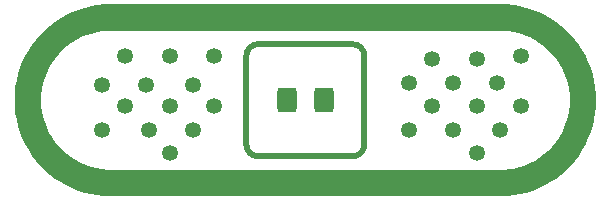
<source format=gbr>
%TF.GenerationSoftware,KiCad,Pcbnew,8.0.8*%
%TF.CreationDate,2025-05-05T01:26:33-03:00*%
%TF.ProjectId,Sao_Bandaid,53616f5f-4261-46e6-9461-69642e6b6963,rev?*%
%TF.SameCoordinates,Original*%
%TF.FileFunction,Soldermask,Top*%
%TF.FilePolarity,Negative*%
%FSLAX46Y46*%
G04 Gerber Fmt 4.6, Leading zero omitted, Abs format (unit mm)*
G04 Created by KiCad (PCBNEW 8.0.8) date 2025-05-05 01:26:33*
%MOMM*%
%LPD*%
G01*
G04 APERTURE LIST*
G04 Aperture macros list*
%AMRoundRect*
0 Rectangle with rounded corners*
0 $1 Rounding radius*
0 $2 $3 $4 $5 $6 $7 $8 $9 X,Y pos of 4 corners*
0 Add a 4 corners polygon primitive as box body*
4,1,4,$2,$3,$4,$5,$6,$7,$8,$9,$2,$3,0*
0 Add four circle primitives for the rounded corners*
1,1,$1+$1,$2,$3*
1,1,$1+$1,$4,$5*
1,1,$1+$1,$6,$7*
1,1,$1+$1,$8,$9*
0 Add four rect primitives between the rounded corners*
20,1,$1+$1,$2,$3,$4,$5,0*
20,1,$1+$1,$4,$5,$6,$7,0*
20,1,$1+$1,$6,$7,$8,$9,0*
20,1,$1+$1,$8,$9,$2,$3,0*%
G04 Aperture macros list end*
%ADD10C,0.000000*%
%ADD11C,1.500000*%
%ADD12C,0.500000*%
%ADD13C,1.350000*%
%ADD14RoundRect,0.285088X-0.527412X-0.764912X0.527412X-0.764912X0.527412X0.764912X-0.527412X0.764912X0*%
G04 APERTURE END LIST*
D10*
G36*
X166078024Y-87878116D02*
G01*
X166081704Y-87878067D01*
X166081704Y-87878068D01*
X166084501Y-87878370D01*
X166086973Y-87878468D01*
X166090376Y-87879007D01*
X166632531Y-87937713D01*
X167178028Y-88034672D01*
X167715670Y-88168496D01*
X168242969Y-88338564D01*
X168757485Y-88544091D01*
X169256837Y-88784124D01*
X169738713Y-89057554D01*
X170200883Y-89363113D01*
X170641208Y-89699389D01*
X171057651Y-90064825D01*
X171448284Y-90457730D01*
X171811299Y-90876284D01*
X172145016Y-91318552D01*
X172447890Y-91782487D01*
X172718520Y-92265940D01*
X172955654Y-92766675D01*
X173158194Y-93282374D01*
X173325202Y-93810651D01*
X173455905Y-94349060D01*
X173549699Y-94895110D01*
X173606150Y-95446274D01*
X173624996Y-96000000D01*
X173606150Y-96553726D01*
X173549699Y-97104890D01*
X173455905Y-97650940D01*
X173325202Y-98189349D01*
X173158194Y-98717626D01*
X172955654Y-99233325D01*
X172718520Y-99734060D01*
X172447890Y-100217513D01*
X172145016Y-100681448D01*
X171811299Y-101123716D01*
X171448284Y-101542270D01*
X171057651Y-101935175D01*
X170641208Y-102300611D01*
X170200883Y-102636887D01*
X169738713Y-102942446D01*
X169256837Y-103215876D01*
X168757485Y-103455909D01*
X168242969Y-103661436D01*
X167715670Y-103831504D01*
X167178028Y-103965328D01*
X166632531Y-104062287D01*
X166090376Y-104120992D01*
X166086973Y-104121532D01*
X166084501Y-104121629D01*
X166081704Y-104121932D01*
X166081704Y-104121933D01*
X166078024Y-104121883D01*
X165998707Y-104125000D01*
X132498707Y-104125000D01*
X132498700Y-104124999D01*
X131944238Y-104106059D01*
X131392353Y-104049324D01*
X130845627Y-103955060D01*
X130306608Y-103823705D01*
X129777809Y-103655872D01*
X129261697Y-103452344D01*
X128760677Y-103214070D01*
X128277085Y-102942160D01*
X127813176Y-102637883D01*
X127371114Y-102302657D01*
X126952959Y-101938045D01*
X126560660Y-101545747D01*
X126196048Y-101127592D01*
X125860821Y-100685530D01*
X125556544Y-100221622D01*
X125284634Y-99738031D01*
X125046359Y-99237011D01*
X124842831Y-98720899D01*
X124674997Y-98192100D01*
X124543642Y-97653081D01*
X124449377Y-97106355D01*
X124392641Y-96554470D01*
X124373700Y-96000000D01*
X126618931Y-96000000D01*
X126637997Y-96473125D01*
X126695073Y-96943182D01*
X126789787Y-97407122D01*
X126921525Y-97861936D01*
X127089434Y-98304675D01*
X127292424Y-98732467D01*
X127529179Y-99142537D01*
X127798163Y-99532228D01*
X128097632Y-99899010D01*
X128425643Y-100240506D01*
X128780070Y-100554500D01*
X129158613Y-100838957D01*
X129558819Y-101092031D01*
X129978091Y-101312082D01*
X130413709Y-101497681D01*
X130862850Y-101647626D01*
X131322600Y-101760944D01*
X131789978Y-101836900D01*
X132261951Y-101875001D01*
X132498706Y-101875000D01*
X165957028Y-101875000D01*
X166153651Y-101860419D01*
X166625136Y-101786864D01*
X167089134Y-101675441D01*
X167542607Y-101526878D01*
X167982589Y-101342148D01*
X168406199Y-101122459D01*
X168810667Y-100869250D01*
X169193344Y-100584176D01*
X169551728Y-100269105D01*
X169883472Y-99926096D01*
X170186406Y-99557396D01*
X170458548Y-99165417D01*
X170698116Y-98752723D01*
X170903543Y-98322016D01*
X171073485Y-97876114D01*
X171206829Y-97417934D01*
X171302703Y-96950476D01*
X171360479Y-96476798D01*
X171379780Y-96000000D01*
X171360479Y-95523202D01*
X171302703Y-95049524D01*
X171206829Y-94582066D01*
X171073485Y-94123886D01*
X170903543Y-93677984D01*
X170698116Y-93247277D01*
X170458548Y-92834583D01*
X170186406Y-92442604D01*
X169883472Y-92073904D01*
X169551728Y-91730895D01*
X169193344Y-91415824D01*
X168810667Y-91130750D01*
X168406199Y-90877541D01*
X167982589Y-90657852D01*
X167542607Y-90473122D01*
X167089134Y-90324559D01*
X166625136Y-90213136D01*
X166153651Y-90139581D01*
X165957028Y-90125000D01*
X132498707Y-90125000D01*
X132498706Y-90124999D01*
X132498706Y-90125000D01*
X132261951Y-90124999D01*
X131789978Y-90163100D01*
X131322600Y-90239056D01*
X130862850Y-90352374D01*
X130413709Y-90502319D01*
X129978091Y-90687918D01*
X129558819Y-90907969D01*
X129158613Y-91161043D01*
X128780070Y-91445500D01*
X128425643Y-91759494D01*
X128097632Y-92100990D01*
X127798163Y-92467772D01*
X127529179Y-92857463D01*
X127292424Y-93267533D01*
X127089434Y-93695325D01*
X126921525Y-94138064D01*
X126789787Y-94592878D01*
X126695073Y-95056818D01*
X126637997Y-95526875D01*
X126618931Y-96000000D01*
X124373700Y-96000000D01*
X124392641Y-95445530D01*
X124449377Y-94893645D01*
X124543642Y-94346919D01*
X124674997Y-93807900D01*
X124842831Y-93279101D01*
X125046359Y-92762989D01*
X125284634Y-92261969D01*
X125556544Y-91778378D01*
X125860821Y-91314470D01*
X126196048Y-90872408D01*
X126560660Y-90454253D01*
X126952959Y-90061955D01*
X127371114Y-89697343D01*
X127813176Y-89362117D01*
X128277085Y-89057840D01*
X128760677Y-88785930D01*
X129261697Y-88547656D01*
X129777809Y-88344128D01*
X130306608Y-88176295D01*
X130845627Y-88044940D01*
X131392353Y-87950676D01*
X131944238Y-87893941D01*
X132498700Y-87875000D01*
X165998707Y-87875000D01*
X166078024Y-87878116D01*
G37*
D11*
X166000000Y-89000000D02*
X132500000Y-89000000D01*
D12*
X144000000Y-92250000D02*
X144000000Y-99750000D01*
X153000000Y-91250000D02*
X145000000Y-91250000D01*
D11*
X166000000Y-103000000D02*
X132500000Y-103000000D01*
D12*
X154000000Y-92250000D02*
X154000000Y-99750000D01*
X153000000Y-91250000D02*
G75*
G02*
X154000000Y-92250000I0J-1000000D01*
G01*
X154000000Y-99750000D02*
G75*
G02*
X153000000Y-100750000I-1000000J0D01*
G01*
X145000000Y-100750000D02*
G75*
G02*
X144000000Y-99750000I0J1000000D01*
G01*
X144000000Y-92250000D02*
G75*
G02*
X145000000Y-91250000I1000000J0D01*
G01*
D11*
X166000000Y-89000000D02*
G75*
G02*
X166000000Y-103000000I-517830J-7000000D01*
G01*
D12*
X145000000Y-100750000D02*
X153000000Y-100750000D01*
D11*
X132500000Y-103000000D02*
G75*
G02*
X132500000Y-89000000I0J7000000D01*
G01*
D13*
%TO.C,REF\u002A\u002A*%
X133750000Y-96500000D03*
%TD*%
%TO.C,REF\u002A\u002A*%
X161500000Y-94500000D03*
%TD*%
%TO.C,REF\u002A\u002A*%
X161500000Y-98500000D03*
%TD*%
%TO.C,REF\u002A\u002A*%
X167250000Y-92250000D03*
%TD*%
%TO.C,REF\u002A\u002A*%
X141250000Y-96500000D03*
%TD*%
%TO.C,REF\u002A\u002A*%
X131750000Y-94750000D03*
%TD*%
%TO.C,REF\u002A\u002A*%
X159750000Y-96500000D03*
%TD*%
D14*
%TO.C,D1*%
X147412500Y-95975000D03*
X150587500Y-95975000D03*
%TD*%
D13*
%TO.C,REF\u002A\u002A*%
X163500000Y-96500000D03*
%TD*%
%TO.C,REF\u002A\u002A*%
X167250000Y-96500000D03*
%TD*%
%TO.C,REF\u002A\u002A*%
X137500000Y-96500000D03*
%TD*%
%TO.C,REF\u002A\u002A*%
X159750000Y-92500000D03*
%TD*%
%TO.C,REF\u002A\u002A*%
X137500000Y-92250000D03*
%TD*%
%TO.C,REF\u002A\u002A*%
X133750000Y-92250000D03*
%TD*%
%TO.C,REF\u002A\u002A*%
X135500000Y-94750000D03*
%TD*%
%TO.C,REF\u002A\u002A*%
X131750000Y-98500000D03*
%TD*%
%TO.C,REF\u002A\u002A*%
X139500000Y-94750000D03*
%TD*%
%TO.C,REF\u002A\u002A*%
X157750000Y-98500000D03*
%TD*%
%TO.C,REF\u002A\u002A*%
X163500000Y-92500000D03*
%TD*%
%TO.C,REF\u002A\u002A*%
X137500000Y-100500000D03*
%TD*%
%TO.C,REF\u002A\u002A*%
X135750000Y-98500000D03*
%TD*%
%TO.C,REF\u002A\u002A*%
X139500000Y-98500000D03*
%TD*%
%TO.C,REF\u002A\u002A*%
X165250000Y-94500000D03*
%TD*%
%TO.C,REF\u002A\u002A*%
X163500000Y-100500000D03*
%TD*%
%TO.C,REF\u002A\u002A*%
X165500000Y-98500000D03*
%TD*%
%TO.C,REF\u002A\u002A*%
X141250000Y-92250000D03*
%TD*%
%TO.C,REF\u002A\u002A*%
X157750000Y-94500000D03*
%TD*%
M02*

</source>
